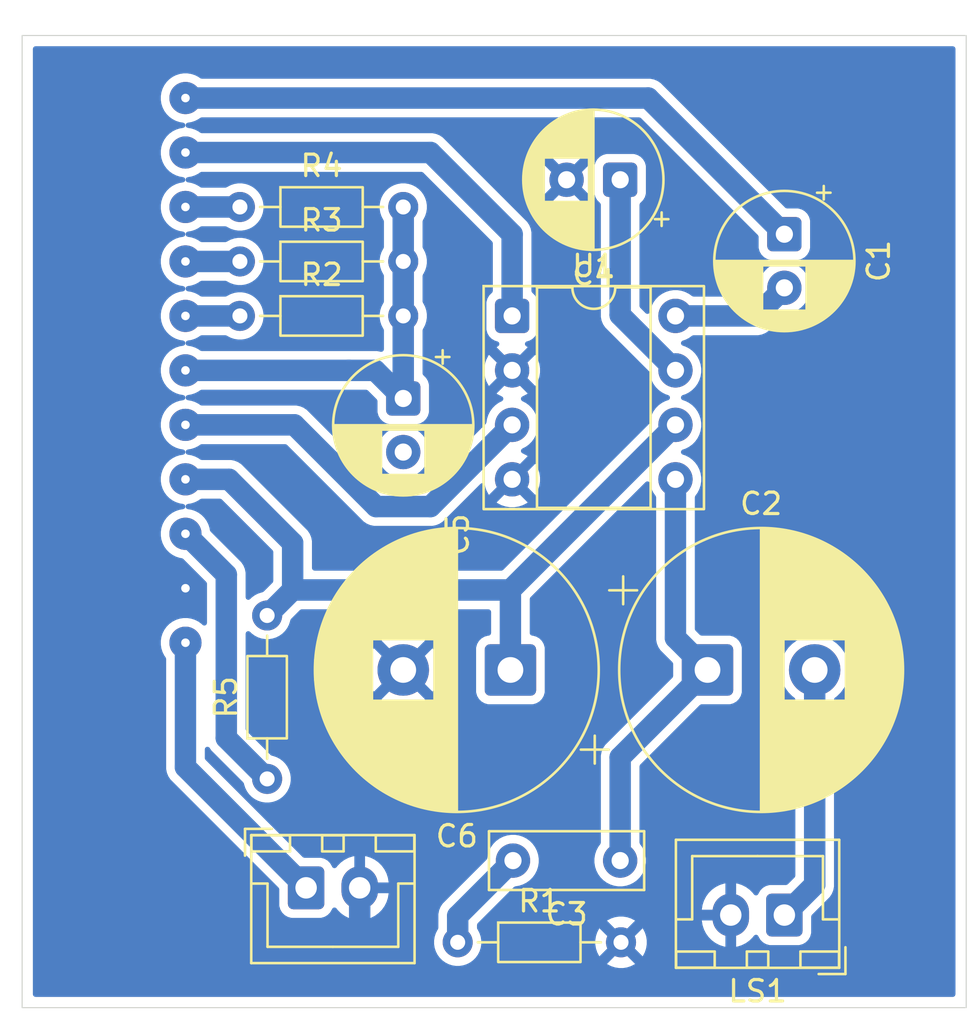
<source format=kicad_pcb>
(kicad_pcb (version 20241229) (generator "pcbnew") (generator_version "9.0")
  (layers (0 "F.Cu" signal) (2 "B.Cu" signal) (13 "F.Paste" user) (15 "B.Paste" user) (5 "F.SilkS" user "F.Silkscreen") (7 "B.SilkS" user "B.Silkscreen") (1 "F.Mask" user) (3 "B.Mask" user) (25 "Edge.Cuts" user))
  (net 0 "")
  (net 1 "Net-(BT1-+)")
  (net 2 "Net-(C1-Pad2)")
  (net 3 "Net-(C1-Pad1)")
  (net 4 "Net-(C2-Pad1)")
  (net 5 "Net-(C2-Pad2)")
  (net 6 "Net-(C3-Pad2)")
  (net 7 "Net-(U1-BYPASS)")
  (net 8 "Net-(C5-Pad2)")
  (net 9 "Net-(C5-Pad1)")
  (net 10 "Net-(J1-PadT)")
  (net 11 "Net-(J1-PadR)")
  (net 12 "Net-(J2-PadT)")
  (net 13 "Net-(SW1-B)")
  (net 14 "Net-(D1-A)")
  (net 15 "Net-(U1-GAIN-Pad1)")
  (net 16 "Net-(U1-+)")
  (net 17 "GND")
  (footprint "Resistor_THT:R_Axial_DIN0204_L3.6mm_D1.6mm_P7.62mm_Horizontal" (layer "F.Cu") (at 116.84 110.49)
    (property "Reference" "R1" (at 3.81 -1.92 0) (layer "F.SilkS"))
    (property "Value" "10")
    (pad "1" thru_hole circle (at 0 0) (size 1.4 1.4) (drill 0.7) (layers "*.Cu" "*.Mask") (net 6 "Net-(C3-Pad2)"))
    (pad "2" thru_hole circle (at 7.62 0) (size 1.4 1.4) (drill 0.7) (layers "*.Cu" "*.Mask") (net 17 "GND"))
  )
  (footprint "Package_DIP:DIP-8_W7.62mm_Socket" (layer "F.Cu") (at 119.38 81.28)
    (property "Reference" "U1" (at 3.81 -2.33 0) (layer "F.SilkS"))
    (property "Value" "LM386")
    (pad "1" thru_hole roundrect (at 0 0) (size 1.6 1.6) (drill 0.8) (layers "*.Cu" "*.Mask") (roundrect_rratio 0.15625) (net 15 "Net-(U1-GAIN-Pad1)"))
    (pad "2" thru_hole circle (at 0 2.54) (size 1.6 1.6) (drill 0.8) (layers "*.Cu" "*.Mask") (net 17 "GND"))
    (pad "3" thru_hole circle (at 0 5.08) (size 1.6 1.6) (drill 0.8) (layers "*.Cu" "*.Mask") (net 16 "Net-(U1-+)"))
    (pad "4" thru_hole circle (at 0 7.62) (size 1.6 1.6) (drill 0.8) (layers "*.Cu" "*.Mask") (net 17 "GND"))
    (pad "5" thru_hole circle (at 7.62 7.62) (size 1.6 1.6) (drill 0.8) (layers "*.Cu" "*.Mask") (net 4 "Net-(C2-Pad1)"))
    (pad "6" thru_hole circle (at 7.62 5.08) (size 1.6 1.6) (drill 0.8) (layers "*.Cu" "*.Mask") (net 13 "Net-(SW1-B)"))
    (pad "7" thru_hole circle (at 7.62 2.54) (size 1.6 1.6) (drill 0.8) (layers "*.Cu" "*.Mask") (net 7 "Net-(U1-BYPASS)"))
    (pad "8" thru_hole circle (at 7.62 0) (size 1.6 1.6) (drill 0.8) (layers "*.Cu" "*.Mask") (net 2 "Net-(C1-Pad2)"))
  )
  (footprint "Capacitor_THT:C_Disc_D7.0mm_W2.5mm_P5.00mm" (layer "F.Cu") (at 124.42 106.68 180)
    (property "Reference" "C3" (at 2.5 -2.5 0) (layer "F.SilkS"))
    (property "Value" "0.047uF")
    (pad "1" thru_hole circle (at 0 0 180) (size 1.6 1.6) (drill 0.8) (layers "*.Cu" "*.Mask") (net 4 "Net-(C2-Pad1)"))
    (pad "2" thru_hole circle (at 5 0 180) (size 1.6 1.6) (drill 0.8) (layers "*.Cu" "*.Mask") (net 6 "Net-(C3-Pad2)"))
  )
  (footprint "Capacitor_THT:CP_Radial_D13.0mm_P5.00mm" (layer "F.Cu") (at 128.494785 97.79)
    (property "Reference" "C2" (at 2.5 -7.75 0) (layer "F.SilkS"))
    (property "Value" "2200uF")
    (pad "1" thru_hole roundrect (at 0 0) (size 2.4 2.4) (drill 1.2) (layers "*.Cu" "*.Mask") (roundrect_rratio 0.104167) (net 4 "Net-(C2-Pad1)"))
    (pad "2" thru_hole circle (at 5 0) (size 2.4 2.4) (drill 1.2) (layers "*.Cu" "*.Mask") (net 5 "Net-(C2-Pad2)"))
  )
  (footprint "Capacitor_THT:CP_Radial_D6.3mm_P2.50mm" (layer "F.Cu") (at 132.08 77.47 -90)
    (property "Reference" "C1" (at 1.25 -4.4 90) (layer "F.SilkS"))
    (property "Value" "10uF")
    (pad "1" thru_hole roundrect (at 0 0 270) (size 1.6 1.6) (drill 0.8) (layers "*.Cu" "*.Mask") (roundrect_rratio 0.15625) (net 3 "Net-(C1-Pad1)"))
    (pad "2" thru_hole circle (at 2.5 0 270) (size 1.6 1.6) (drill 0.8) (layers "*.Cu" "*.Mask") (net 2 "Net-(C1-Pad2)"))
  )
  (footprint "Resistor_THT:R_Axial_DIN0204_L3.6mm_D1.6mm_P7.62mm_Horizontal" (layer "F.Cu") (at 106.68 81.28)
    (property "Reference" "R2" (at 3.81 -1.92 0) (layer "F.SilkS"))
    (property "Value" "4.7k")
    (pad "1" thru_hole circle (at 0 0) (size 1.4 1.4) (drill 0.7) (layers "*.Cu" "*.Mask") (net 10 "Net-(J1-PadT)"))
    (pad "2" thru_hole circle (at 7.62 0) (size 1.4 1.4) (drill 0.7) (layers "*.Cu" "*.Mask") (net 9 "Net-(C5-Pad1)"))
  )
  (footprint "Resistor_THT:R_Axial_DIN0204_L3.6mm_D1.6mm_P7.62mm_Horizontal" (layer "F.Cu") (at 106.68 78.74)
    (property "Reference" "R3" (at 3.81 -1.92 0) (layer "F.SilkS"))
    (property "Value" "4.7k")
    (pad "1" thru_hole circle (at 0 0) (size 1.4 1.4) (drill 0.7) (layers "*.Cu" "*.Mask") (net 11 "Net-(J1-PadR)"))
    (pad "2" thru_hole circle (at 7.62 0) (size 1.4 1.4) (drill 0.7) (layers "*.Cu" "*.Mask") (net 9 "Net-(C5-Pad1)"))
  )
  (footprint "Connector_JST:JST_XH_B2B-XH-A_1x02_P2.50mm_Vertical" (layer "F.Cu") (at 109.768 107.95)
    (property "Reference" "BT1" (hide yes))
    (property "Value" "Battery")
    (pad "1" thru_hole roundrect (at 0 0) (size 1.7 2) (drill 1) (layers "*.Cu" "*.Mask") (roundrect_rratio 0.147059) (net 1 "Net-(BT1-+)"))
    (pad "2" thru_hole oval (at 2.5 0) (size 1.7 2) (drill 1) (layers "*.Cu" "*.Mask") (net 17 "GND"))
  )
  (footprint "Resistor_THT:R_Axial_DIN0204_L3.6mm_D1.6mm_P7.62mm_Horizontal" (layer "F.Cu") (at 106.68 76.2)
    (property "Reference" "R4" (at 3.81 -1.92 0) (layer "F.SilkS"))
    (property "Value" "4.7k")
    (pad "1" thru_hole circle (at 0 0) (size 1.4 1.4) (drill 0.7) (layers "*.Cu" "*.Mask") (net 12 "Net-(J2-PadT)"))
    (pad "2" thru_hole circle (at 7.62 0) (size 1.4 1.4) (drill 0.7) (layers "*.Cu" "*.Mask") (net 9 "Net-(C5-Pad1)"))
  )
  (footprint "Capacitor_THT:CP_Radial_D13.0mm_P5.00mm" (layer "F.Cu") (at 119.3 97.79 180)
    (property "Reference" "C6" (at 2.5 -7.75 0) (layer "F.SilkS"))
    (property "Value" "1000uF")
    (pad "1" thru_hole roundrect (at 0 0 180) (size 2.4 2.4) (drill 1.2) (layers "*.Cu" "*.Mask") (roundrect_rratio 0.104167) (net 13 "Net-(SW1-B)"))
    (pad "2" thru_hole circle (at 5 0 180) (size 2.4 2.4) (drill 1.2) (layers "*.Cu" "*.Mask") (net 17 "GND"))
  )
  (footprint "Capacitor_THT:CP_Radial_D6.3mm_P2.50mm" (layer "F.Cu") (at 114.3 85.13 -90)
    (property "Reference" "C5" (at 6.35 -2.54 90) (layer "F.SilkS"))
    (property "Value" "10uF")
    (pad "1" thru_hole roundrect (at 0 0 270) (size 1.6 1.6) (drill 0.8) (layers "*.Cu" "*.Mask") (roundrect_rratio 0.15625) (net 9 "Net-(C5-Pad1)"))
    (pad "2" thru_hole circle (at 2.5 0 270) (size 1.6 1.6) (drill 0.8) (layers "*.Cu" "*.Mask") (net 8 "Net-(C5-Pad2)"))
  )
  (footprint "Resistor_THT:R_Axial_DIN0204_L3.6mm_D1.6mm_P7.62mm_Horizontal" (layer "F.Cu") (at 107.95 102.87 90)
    (property "Reference" "R5" (at 3.81 -1.92 90) (layer "F.SilkS"))
    (property "Value" "1.5k")
    (pad "1" thru_hole circle (at 0 0 90) (size 1.4 1.4) (drill 0.7) (layers "*.Cu" "*.Mask") (net 14 "Net-(D1-A)"))
    (pad "2" thru_hole circle (at 7.62 0 90) (size 1.4 1.4) (drill 0.7) (layers "*.Cu" "*.Mask") (net 13 "Net-(SW1-B)"))
  )
  (footprint "Capacitor_THT:CP_Radial_D6.3mm_P2.50mm" (layer "F.Cu") (at 124.42 74.93 180)
    (property "Reference" "C4" (at 1.25 -4.4 0) (layer "F.SilkS"))
    (property "Value" "100uF")
    (pad "1" thru_hole roundrect (at 0 0 180) (size 1.6 1.6) (drill 0.8) (layers "*.Cu" "*.Mask") (roundrect_rratio 0.15625) (net 7 "Net-(U1-BYPASS)"))
    (pad "2" thru_hole circle (at 2.5 0 180) (size 1.6 1.6) (drill 0.8) (layers "*.Cu" "*.Mask") (net 17 "GND"))
  )
  (footprint "Connector_JST:JST_XH_B2B-XH-A_1x02_P2.50mm_Vertical" (layer "F.Cu") (at 132.08 109.22 180)
    (property "Reference" "LS1" (at 1.25 -3.55 0) (layer "F.SilkS"))
    (property "Value" "Speaker")
    (pad "1" thru_hole roundrect (at 0 0 180) (size 1.7 2) (drill 1) (layers "*.Cu" "*.Mask") (roundrect_rratio 0.147059) (net 5 "Net-(C2-Pad2)"))
    (pad "2" thru_hole oval (at 2.5 0 180) (size 1.7 2) (drill 1) (layers "*.Cu" "*.Mask") (net 17 "GND"))
  )
  (gr_rect (start 96.52 68.203001) (end 140.563785 113.538) (stroke (width 0.05)) (fill no) (layer "Edge.Cuts"))
  (via (at 104.14 96.52) (size 1.5) (drill 0.4) (layers "F.Cu" "B.Cu") (net 1))
  (segment (start 109.768 107.95) (end 104.14 102.322) (width 1) (layer "B.Cu") (net 1))
  (segment (start 104.14 102.322) (end 104.14 96.52) (width 1) (layer "B.Cu") (net 1))
  (segment (start 130.77 81.28) (end 132.08 79.97) (width 1) (layer "B.Cu") (net 2))
  (segment (start 127 81.28) (end 130.77 81.28) (width 1) (layer "B.Cu") (net 2))
  (via (at 104.14 71.12) (size 1.5) (drill 0.4) (layers "F.Cu" "B.Cu") (net 3))
  (segment (start 132.08 77.47) (end 125.73 71.12) (width 1) (layer "B.Cu") (net 3))
  (segment (start 125.73 71.12) (end 104.321 71.12) (width 1) (layer "B.Cu") (net 3))
  (segment (start 127 88.9) (end 127 96.295215) (width 1) (layer "B.Cu") (net 4))
  (segment (start 124.42 101.864785) (end 128.494785 97.79) (width 1) (layer "B.Cu") (net 4))
  (segment (start 127 96.295215) (end 128.494785 97.79) (width 1) (layer "B.Cu") (net 4))
  (segment (start 124.42 106.68) (end 124.42 101.864785) (width 1) (layer "B.Cu") (net 4))
  (segment (start 133.494785 97.79) (end 133.494785 107.805215) (width 1) (layer "B.Cu") (net 5))
  (segment (start 133.494785 107.805215) (end 132.08 109.22) (width 1) (layer "B.Cu") (net 5))
  (segment (start 116.84 110.49) (end 116.84 109.26) (width 1) (layer "B.Cu") (net 6))
  (segment (start 116.84 109.26) (end 119.42 106.68) (width 1) (layer "B.Cu") (net 6))
  (segment (start 127 83.82) (end 124.42 81.24) (width 1) (layer "B.Cu") (net 7))
  (segment (start 124.42 81.24) (end 124.42 74.93) (width 1) (layer "B.Cu") (net 7))
  (via (at 104.14 83.82) (size 1.5) (drill 0.4) (layers "F.Cu" "B.Cu") (net 9))
  (segment (start 111.76 83.82) (end 104.277215 83.82) (width 1) (layer "B.Cu") (net 9))
  (segment (start 114.3 85.13) (end 112.99 83.82) (width 1) (layer "B.Cu") (net 9))
  (segment (start 114.3 78.74) (end 114.3 81.28) (width 1) (layer "B.Cu") (net 9))
  (segment (start 114.3 76.2) (end 114.3 78.74) (width 1) (layer "B.Cu") (net 9))
  (segment (start 114.3 81.28) (end 114.3 85.13) (width 1) (layer "B.Cu") (net 9))
  (segment (start 112.99 83.82) (end 111.76 83.82) (width 1) (layer "B.Cu") (net 9))
  (via (at 104.14 81.28) (size 1.5) (drill 0.4) (layers "F.Cu" "B.Cu") (net 10))
  (segment (start 106.68 81.28) (end 104.14 81.28) (width 1) (layer "B.Cu") (net 10))
  (via (at 104.14 78.74) (size 1.5) (drill 0.4) (layers "F.Cu" "B.Cu") (net 11))
  (segment (start 106.68 78.74) (end 104.14 78.74) (width 1) (layer "B.Cu") (net 11))
  (via (at 104.14 76.2) (size 1.5) (drill 0.4) (layers "F.Cu" "B.Cu") (net 12))
  (segment (start 106.68 76.2) (end 104.14 76.2) (width 1) (layer "B.Cu") (net 12))
  (via (at 104.14 88.9) (size 1.5) (drill 0.4) (layers "F.Cu" "B.Cu") (net 13))
  (segment (start 111.68 94.06) (end 111.332 94.06) (width 1) (layer "B.Cu") (net 13))
  (segment (start 111.76 94.06) (end 116.76 94.06) (width 1) (layer "B.Cu") (net 13))
  (segment (start 116.76 94.06) (end 119.3 94.06) (width 1) (layer "B.Cu") (net 13))
  (segment (start 109.14 91.868) (end 106.172 88.9) (width 1) (layer "B.Cu") (net 13))
  (segment (start 106.172 88.9) (end 104.14 88.9) (width 1) (layer "B.Cu") (net 13))
  (segment (start 119.3 94.06) (end 127 86.36) (width 1) (layer "B.Cu") (net 13))
  (segment (start 109.14 94.06) (end 109.14 91.868) (width 1) (layer "B.Cu") (net 13))
  (segment (start 107.95 95.25) (end 109.14 94.06) (width 1) (layer "B.Cu") (net 13))
  (segment (start 119.3 97.79) (end 119.3 94.06) (width 1) (layer "B.Cu") (net 13))
  (segment (start 109.14 94.06) (end 111.76 94.06) (width 1) (layer "B.Cu") (net 13))
  (segment (start 111.68 94.06) (end 111.76 94.06) (width 1) (layer "B.Cu") (net 13))
  (via (at 104.14 91.44) (size 1.5) (drill 0.4) (layers "F.Cu" "B.Cu") (net 14))
  (segment (start 104.14 91.44) (end 106.045 93.345) (width 1) (layer "B.Cu") (net 14))
  (segment (start 106.045 100.965) (end 107.95 102.87) (width 1) (layer "B.Cu") (net 14))
  (segment (start 106.045 93.345) (end 106.045 100.965) (width 1) (layer "B.Cu") (net 14))
  (via (at 104.14 73.66) (size 1.5) (drill 0.4) (layers "F.Cu" "B.Cu") (net 15))
  (segment (start 115.57 73.66) (end 104.14 73.66) (width 1) (layer "B.Cu") (net 15))
  (segment (start 119.38 77.47) (end 115.57 73.66) (width 1) (layer "B.Cu") (net 15))
  (segment (start 119.38 81.28) (end 119.38 77.47) (width 1) (layer "B.Cu") (net 15))
  (via (at 104.14 86.36) (size 1.5) (drill 0.4) (layers "F.Cu" "B.Cu") (net 16))
  (segment (start 109.22 86.36) (end 104.321 86.36) (width 1) (layer "B.Cu") (net 16))
  (segment (start 115.57 90.17) (end 113.03 90.17) (width 1) (layer "B.Cu") (net 16))
  (segment (start 119.38 86.36) (end 115.57 90.17) (width 1) (layer "B.Cu") (net 16))
  (segment (start 113.03 90.17) (end 109.22 86.36) (width 1) (layer "B.Cu") (net 16))
  (via (at 104.14 93.98) (size 1.5) (drill 0.4) (layers "F.Cu" "B.Cu") (net 17))
  (segment (start 101.6 95.25) (end 102.87 93.98) (width 1) (layer "B.Cu") (net 17))
  (segment (start 111.76 111.76) (end 101.6 111.76) (width 1) (layer "B.Cu") (net 17))
  (segment (start 101.6 111.76) (end 101.6 95.25) (width 1) (layer "B.Cu") (net 17))
  (segment (start 112.268 111.252) (end 111.76 111.76) (width 1) (layer "B.Cu") (net 17))
  (segment (start 102.87 93.98) (end 104.14 93.98) (width 1) (layer "B.Cu") (net 17))
  (segment (start 112.268 107.95) (end 112.268 111.252) (width 1) (layer "B.Cu") (net 17))
  (zone (net 17) (net_name "GND") (layer "B.Cu") (connect_pads (clearance 0.4)) (min_thickness 0.25) (fill yes (thermal_gap 0.5) (thermal_bridge_width 0.5) (island_removal_mode 1) (island_area_min 10))
    (polygon (pts (xy 95.487343 66.548) (xy 141.207343 66.548) (xy 141.207343 114.3) (xy 95.487343 114.3)))
  )
)
</source>
